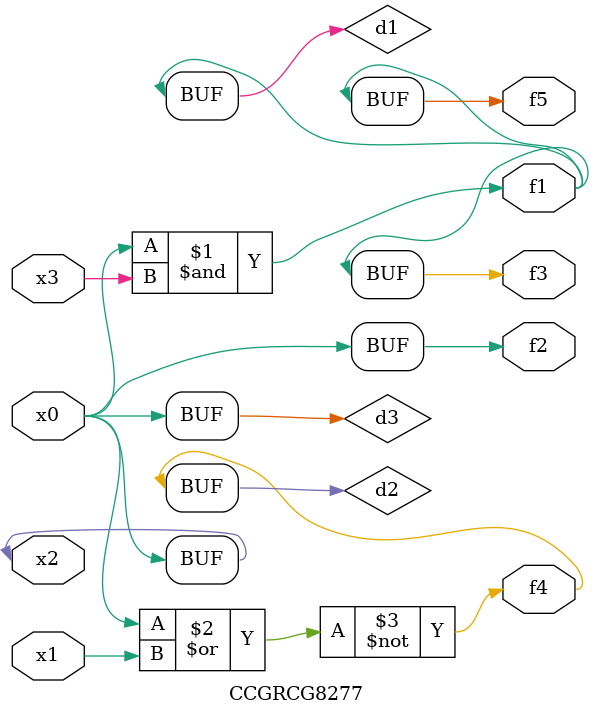
<source format=v>
module CCGRCG8277(
	input x0, x1, x2, x3,
	output f1, f2, f3, f4, f5
);

	wire d1, d2, d3;

	and (d1, x2, x3);
	nor (d2, x0, x1);
	buf (d3, x0, x2);
	assign f1 = d1;
	assign f2 = d3;
	assign f3 = d1;
	assign f4 = d2;
	assign f5 = d1;
endmodule

</source>
